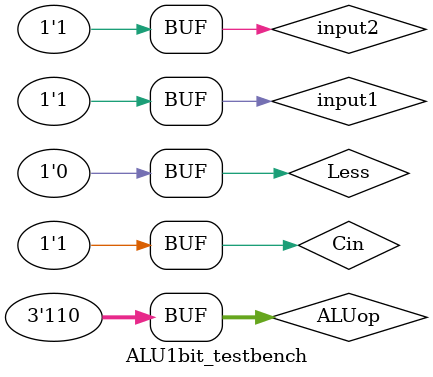
<source format=v>
`define DELAY 20
module ALU1bit_testbench(); 
reg input1, input2, Cin, Less ;
reg [2:0] ALUop ;
wire Cout, result;

ALU1bit test_ALU1bit ( Cout, result, input1, input2, ALUop, Cin, Less );

initial begin

// for AND operation
input1 = 1'b0; input2 = 1'b0; Cin = 1'b0; Less = 1'b0; ALUop = 3'b000; // 0 0
#`DELAY;

input1 = 1'b0; input2 = 1'b1; Cin = 1'b0; Less = 1'b0; ALUop = 3'b000; // 0 1
#`DELAY;

input1 = 1'b1; input2 = 1'b0; Cin = 1'b0; Less = 1'b0; ALUop = 3'b000; // 1 0
#`DELAY;

input1 = 1'b1; input2 = 1'b1; Cin = 1'b0; Less = 1'b0; ALUop = 3'b000; // 1 1
#`DELAY;

// for OR operation
input1 = 1'b0; input2 = 1'b0; Cin = 1'b0; Less = 1'b0; ALUop = 3'b001; // 0 0
#`DELAY;

input1 = 1'b0; input2 = 1'b1; Cin = 1'b0; Less = 1'b0; ALUop = 3'b001; // 0 1
#`DELAY;

input1 = 1'b1; input2 = 1'b0; Cin = 1'b0; Less = 1'b0; ALUop = 3'b001; // 1 0
#`DELAY;

input1 = 1'b1; input2 = 1'b1; Cin = 1'b0; Less = 1'b0; ALUop = 3'b001; // 1 1
#`DELAY;


// for ADD operation
input1 = 1'b0; input2 = 1'b0; Cin = 1'b0; Less = 1'b0; ALUop = 3'b010; // 0 0 0
#`DELAY;

input1 = 1'b0; input2 = 1'b0; Cin = 1'b1; Less = 1'b0; ALUop = 3'b010; // 0 0 1
#`DELAY;

input1 = 1'b0; input2 = 1'b1; Cin = 1'b0; Less = 1'b0; ALUop = 3'b010; // 0 1 0
#`DELAY;

input1 = 1'b0; input2 = 1'b1; Cin = 1'b1; Less = 1'b0; ALUop = 3'b010; // 0 1 1
#`DELAY;

 
input1 = 1'b1; input2 = 1'b0; Cin = 1'b0; Less = 1'b0; ALUop = 3'b010; // 1 0 0
#`DELAY;

input1 = 1'b1; input2 = 1'b0; Cin = 1'b1; Less = 1'b0; ALUop = 3'b010; // 1 0 1
#`DELAY;

input1 = 1'b1; input2 = 1'b1; Cin = 1'b0; Less = 1'b0; ALUop = 3'b010; // 1 1 0
#`DELAY;

input1 = 1'b1; input2 = 1'b1; Cin = 1'b1; Less = 1'b0; ALUop = 3'b010; // 1 1 1
#`DELAY;


// for SUBTRACTION operation
input1 = 1'b0; input2 = 1'b0; Cin = 1'b1; Less = 1'b0; ALUop = 3'b110; // 0 0 0
#`DELAY;

input1 = 1'b0; input2 = 1'b1; Cin = 1'b1; Less = 1'b0; ALUop = 3'b110; // 0 0 1
#`DELAY;

input1 = 1'b1; input2 = 1'b0; Cin = 1'b1; Less = 1'b0; ALUop = 3'b110; // 0 1 0
#`DELAY;

input1 = 1'b1; input2 = 1'b1; Cin = 1'b1; Less = 1'b0; ALUop = 3'b110; // 0 1 1
#`DELAY;


end
 
 
initial
begin
$monitor(" ALUop: %3b,input1 = %1b, input2 = %1b, Cin = %1b result = %1b, Cout = %1b, ", ALUop, input1, input2, Cin, result, Cout );
end
 
endmodule
</source>
